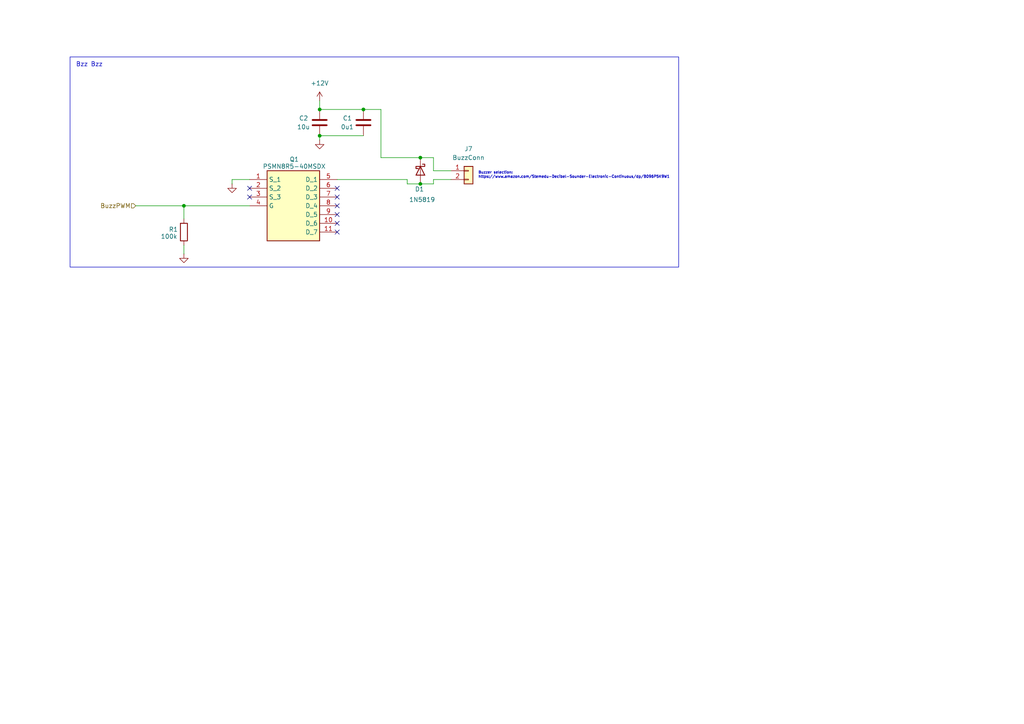
<source format=kicad_sch>
(kicad_sch (version 20250114) (generator "eeschema") (generator_version "9.0")
  (paper "A4")
  (lib_symbols
    (symbol "Connector_Generic:Conn_01x02" (pin_names (offset 1.016) (hide yes))
      (property "Reference" "J" (at 0 2.54 0))
      (property "Value" "Conn_01x02" (at 0 -5.08 0))
      (symbol "Conn_01x02_1_1"
        (rectangle (start -1.27 1.27) (end 1.27 -3.81) (stroke (width 0.254)) (fill (type background)))
        (rectangle (start -1.27 0.127) (end 0 -0.127) (stroke (width 0.1524)))
        (rectangle (start -1.27 -2.413) (end 0 -2.667) (stroke (width 0.1524)))
        (pin passive line (at -5.08 0 0) (length 3.81) (name "Pin_1") (number "1"))
        (pin passive line (at -5.08 -2.54 0) (length 3.81) (name "Pin_2") (number "2"))
      )
    )
    (symbol "Device:C" (pin_numbers (hide yes)) (pin_names (offset 0.254))
      (property "Reference" "C" (at 0.635 2.54 0))
      (property "Value" "C" (at 0.635 -2.54 0))
      (symbol "C_0_1"
        (polyline (pts (xy -2.032 0.762) (xy 2.032 0.762)) (stroke (width 0.508)))
        (polyline (pts (xy -2.032 -0.762) (xy 2.032 -0.762)) (stroke (width 0.508)))
      )
      (symbol "C_1_1"
        (pin passive line (at 0 3.81 270) (length 2.794) (name "~") (number "1"))
        (pin passive line (at 0 -3.81 90) (length 2.794) (name "~") (number "2"))
      )
    )
    (symbol "Device:R" (pin_numbers (hide yes)) (pin_names (offset 0))
      (property "Reference" "R" (at 2.032 0 90))
      (property "Value" "R" (at 0 0 90))
      (symbol "R_0_1"
        (rectangle (start -1.016 -2.54) (end 1.016 2.54) (stroke (width 0.254)))
      )
      (symbol "R_1_1"
        (pin passive line (at 0 3.81 270) (length 1.27) (name "~") (number "1"))
        (pin passive line (at 0 -3.81 90) (length 1.27) (name "~") (number "2"))
      )
    )
    (symbol "Diode:1N5819" (pin_numbers (hide yes)) (pin_names (offset 1.016) (hide yes))
      (property "Reference" "D" (at 0 2.54 0))
      (property "Value" "1N5819" (at 0 -2.54 0))
      (symbol "1N5819_0_1"
        (polyline (pts (xy -1.905 0.635) (xy -1.905 1.27) (xy -1.27 1.27) (xy -1.27 -1.27) (xy -0.635 -1.27) (xy -0.635 -0.635)) (stroke (width 0.254)))
        (polyline (pts (xy 1.27 1.27) (xy 1.27 -1.27) (xy -1.27 0) (xy 1.27 1.27)) (stroke (width 0.254)))
        (polyline (pts (xy 1.27 0) (xy -1.27 0)))
      )
      (symbol "1N5819_1_1"
        (pin passive line (at -3.81 0 0) (length 2.54) (name "K") (number "1"))
        (pin passive line (at 3.81 0 180) (length 2.54) (name "A") (number "2"))
      )
    )
    (symbol "power:+12V" (power) (pin_numbers (hide yes)) (pin_names (offset 0) (hide yes))
      (property "Value" "+12V" (at 0 3.556 0))
      (symbol "+12V_0_1"
        (polyline (pts (xy -0.762 1.27) (xy 0 2.54)))
        (polyline (pts (xy 0 2.54) (xy 0.762 1.27)))
        (polyline (pts (xy 0 0) (xy 0 2.54)))
      )
      (symbol "+12V_1_1"
        (pin power_in line (at 0 0 90) (length 0) (name "~") (number "1"))
      )
    )
    (symbol "power:GND" (power) (pin_numbers (hide yes)) (pin_names (offset 0) (hide yes))
      (property "Value" "GND" (at 0 -3.81 0))
      (symbol "GND_0_1"
        (polyline (pts (xy 0 0) (xy 0 -1.27) (xy 1.27 -1.27) (xy 0 -2.54) (xy -1.27 -1.27) (xy 0 -1.27)))
      )
      (symbol "GND_1_1"
        (pin power_in line (at 0 0 270) (length 0) (name "~") (number "1"))
      )
    )
    (symbol "utsvt_power:PSMN8R5-40MSDX"
      (property "Reference" "Q" (at 21.59 7.62 0))
      (property "Value" "PSMN8R5-40MSDX" (at 21.59 5.08 0))
      (symbol "PSMN8R5-40MSDX_1_1"
        (rectangle (start 5.08 2.54) (end 20.32 -17.78) (stroke (width 0.254)) (fill (type background)))
        (pin passive line (at 0 0 0) (length 5.08) (name "S_1") (number "1"))
        (pin passive line (at 0 -2.54 0) (length 5.08) (name "S_2") (number "2"))
        (pin passive line (at 0 -5.08 0) (length 5.08) (name "S_3") (number "3"))
        (pin passive line (at 0 -7.62 0) (length 5.08) (name "G") (number "4"))
        (pin passive line (at 25.4 0 180) (length 5.08) (name "D_1") (number "5"))
        (pin passive line (at 25.4 -2.54 180) (length 5.08) (name "D_2") (number "6"))
        (pin passive line (at 25.4 -5.08 180) (length 5.08) (name "D_3") (number "7"))
        (pin passive line (at 25.4 -7.62 180) (length 5.08) (name "D_4") (number "8"))
        (pin passive line (at 25.4 -10.16 180) (length 5.08) (name "D_5") (number "9"))
        (pin passive line (at 25.4 -12.7 180) (length 5.08) (name "D_6") (number "10"))
        (pin passive line (at 25.4 -15.24 180) (length 5.08) (name "D_7") (number "11"))
      )
    )
  )
  (rectangle (start 20.32 16.51) (end 196.85 77.47))
  (text "Bzz Bzz\n" (at 25.908 18.796 0) (effects (font (size 1.27 1.27))))
  (text "Buzzer selection: \nhttps://www.amazon.com/Stemedu-Decibel-Sounder-Electronic-Continuous/dp/B096P5K9W1" (at 138.684 50.8 0) (effects (font (size 0.762 0.762)) (justify left)))
  (junction (at 53.34 59.69))
  (junction (at 121.92 53.34))
  (junction (at 121.92 45.72))
  (junction (at 105.41 31.75))
  (junction (at 92.71 31.75))
  (junction (at 92.71 39.37))
  (no_connect (at 97.79 67.31))
  (no_connect (at 97.79 59.69))
  (no_connect (at 97.79 57.15))
  (no_connect (at 97.79 64.77))
  (no_connect (at 72.39 57.15))
  (no_connect (at 97.79 54.61))
  (no_connect (at 72.39 54.61))
  (no_connect (at 97.79 62.23))
  (wire (pts (xy 67.31 52.07) (xy 72.39 52.07)))
  (wire (pts (xy 125.73 45.72) (xy 125.73 49.53)))
  (wire (pts (xy 92.71 29.21) (xy 92.71 31.75)))
  (wire (pts (xy 110.49 31.75) (xy 110.49 45.72)))
  (wire (pts (xy 105.41 31.75) (xy 92.71 31.75)))
  (wire (pts (xy 125.73 52.07) (xy 125.73 53.34)))
  (wire (pts (xy 125.73 53.34) (xy 121.92 53.34)))
  (wire (pts (xy 53.34 63.5) (xy 53.34 59.69)))
  (wire (pts (xy 125.73 49.53) (xy 130.81 49.53)))
  (wire (pts (xy 118.11 52.07) (xy 118.11 53.34)))
  (wire (pts (xy 53.34 71.12) (xy 53.34 73.66)))
  (wire (pts (xy 97.79 52.07) (xy 118.11 52.07)))
  (wire (pts (xy 105.41 31.75) (xy 110.49 31.75)))
  (wire (pts (xy 105.41 39.37) (xy 92.71 39.37)))
  (wire (pts (xy 121.92 45.72) (xy 125.73 45.72)))
  (wire (pts (xy 118.11 53.34) (xy 121.92 53.34)))
  (wire (pts (xy 53.34 59.69) (xy 72.39 59.69)))
  (wire (pts (xy 110.49 45.72) (xy 121.92 45.72)))
  (wire (pts (xy 125.73 52.07) (xy 130.81 52.07)))
  (wire (pts (xy 39.37 59.69) (xy 53.34 59.69)))
  (wire (pts (xy 67.31 53.34) (xy 67.31 52.07)))
  (wire (pts (xy 92.71 39.37) (xy 92.71 40.64)))
  (hierarchical_label "BuzzPWM" (shape input) (at 39.37 59.69 180))
  (symbol (lib_id "Device:R") (at 53.34 67.31 0) (mirror x) (unit 1)
    (property "Reference" "R1" (at 50.292 66.548 0))
    (property "Value" "100k" (at 49.022 68.58 0))
    (property "Footprint" "Resistor_SMD:R_0603_1608Metric" (effects (hide yes)))
    (property "Description" "Resistor" (effects (hide yes)))
  )
  (symbol (lib_id "Diode:1N5819") (at 121.92 49.53 270) (unit 1)
    (property "Reference" "D1" (at 121.666 54.864 90))
    (property "Value" "1N5819" (at 122.428 57.912 90))
    (property "Footprint" "Diode_THT:D_DO-41_SOD81_P10.16mm_Horizontal" (effects (hide yes)))
    (property "Datasheet" "http://www.vishay.com/docs/88525/1n5817.pdf" (effects (hide yes)))
    (property "Description" "40V 1A Schottky Barrier Rectifier Diode, DO-41" (effects (hide yes)))
  )
  (symbol (lib_id "power:+12V") (at 92.71 29.21 0) (mirror y) (unit 1)
    (property "Reference" "#PWR020" (effects (hide yes)))
    (property "Value" "+12V" (at 92.71 24.13 0))
    (property "Description" "Power symbol creates a global label with name \"+12V\"" (effects (hide yes)))
  )
  (symbol (lib_id "Device:C") (at 92.71 35.56 0) (mirror y) (unit 1)
    (property "Reference" "C2" (at 89.408 34.29 0) (effects (justify left)))
    (property "Value" "10u" (at 89.916 36.83 0) (effects (justify left)))
    (property "Footprint" "Capacitor_SMD:C_0805_2012Metric" (effects (hide yes)))
    (property "Description" "Unpolarized capacitor" (effects (hide yes)))
  )
  (symbol (lib_id "Device:C") (at 105.41 35.56 0) (mirror y) (unit 1)
    (property "Reference" "C1" (at 102.108 34.29 0) (effects (justify left)))
    (property "Value" "0u1" (at 102.616 36.83 0) (effects (justify left)))
    (property "Footprint" "Capacitor_SMD:C_0603_1608Metric" (effects (hide yes)))
    (property "Description" "Unpolarized capacitor" (effects (hide yes)))
  )
  (symbol (lib_id "Connector_Generic:Conn_01x02") (at 135.89 49.53 0) (unit 1)
    (property "Reference" "J7" (at 135.89 43.18 0))
    (property "Value" "BuzzConn" (at 135.89 45.72 0))
    (property "Footprint" "1053091202" (effects (hide yes)))
    (property "Datasheet" "https://www.molex.com/en-us/products/part-detail/1053091202?display=pdf" (effects (hide yes)))
    (property "Description" "Generic connector, single row, 01x02, script generated (kicad-library-utils/schlib/autogen/connector/)" (effects (hide yes)))
  )
  (symbol (lib_id "power:GND") (at 53.34 73.66 0) (unit 1)
    (property "Reference" "#PWR015" (effects (hide yes)))
    (property "Value" "GND" (effects (hide yes)))
    (property "Description" "Power symbol creates a global label with name \"GND\" , ground" (effects (hide yes)))
  )
  (symbol (lib_id "power:GND") (at 67.31 53.34 0) (unit 1)
    (property "Reference" "#PWR018" (effects (hide yes)))
    (property "Value" "GND" (effects (hide yes)))
    (property "Description" "Power symbol creates a global label with name \"GND\" , ground" (effects (hide yes)))
  )
  (symbol (lib_id "power:GND") (at 92.71 40.64 0) (mirror y) (unit 1)
    (property "Reference" "#PWR04" (effects (hide yes)))
    (property "Value" "GND" (effects (hide yes)))
    (property "Description" "Power symbol creates a global label with name \"GND\" , ground" (effects (hide yes)))
  )
  (symbol (lib_id "utsvt_power:PSMN8R5-40MSDX") (at 72.39 52.07 0) (unit 1)
    (property "Reference" "Q1" (at 85.344 46.228 0))
    (property "Value" "PSMN8R5-40MSDX" (at 85.344 48.26 0))
    (property "Footprint" "BUK7M1780EX" (effects (hide yes)))
    (property "Datasheet" "https://assets.nexperia.com/documents/data-sheet/PSMN8R5-40MSD.pdf" (effects (hide yes)))
    (property "Description" "MOSFETs PSMN8R5-40MSD/SOT1210/mLFPAK" (effects (hide yes)))
    (property "Height" "1" (effects (hide yes)))
    (property "Mouser Part Number" "771-PSMN8R5-40MSDX" (effects (hide yes)))
    (property "Mouser Price/Stock" "https://www.mouser.co.uk/ProductDetail/Nexperia/PSMN8R5-40MSDX?qs=vHuUswq2%252BswjdnYdBdHaPw%3D%3D" (effects (hide yes)))
    (property "Manufacturer_Name" "Nexperia" (effects (hide yes)))
    (property "Manufacturer_Part_Number" "PSMN8R5-40MSDX" (effects (hide yes)))
  )
)
</source>
